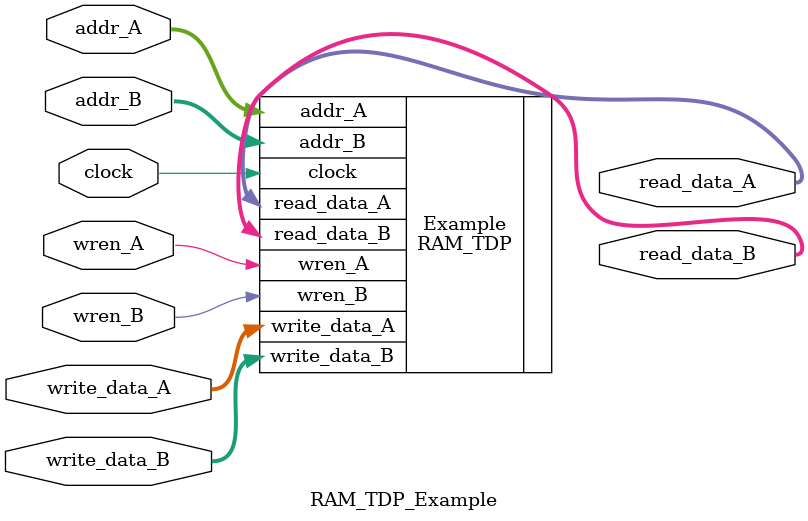
<source format=v>

`default_nettype none

module RAM_TDP_Example
#(
    parameter       WORD_WIDTH          = 36,
    parameter       ADDR_WIDTH          = 12,
    parameter       DEPTH               = 4096,
    parameter       RAMSTYLE            = "M10K",
    parameter       READ_NEW_DATA       = 0,
    parameter       USE_INIT_FILE       = 0,
    parameter       INIT_FILE           = ""
)
(
    input  wire                         clock,

    input  wire                         wren_A,
    input  wire     [ADDR_WIDTH-1:0]    addr_A,
    input  wire     [WORD_WIDTH-1:0]    write_data_A,
    output reg      [WORD_WIDTH-1:0]    read_data_A,

    input  wire                         wren_B,
    input  wire     [ADDR_WIDTH-1:0]    addr_B,
    input  wire     [WORD_WIDTH-1:0]    write_data_B,
    output reg      [WORD_WIDTH-1:0]    read_data_B
);

    RAM_TDP 
    #(
        .WORD_WIDTH     (WORD_WIDTH), 
        .ADDR_WIDTH     (ADDR_WIDTH),
        .DEPTH          (DEPTH),
        .RAMSTYLE       (RAMSTYLE),
        .READ_NEW_DATA  (READ_NEW_DATA),
        .USE_INIT_FILE  (USE_INIT_FILE),
        .INIT_FILE      (INIT_FILE)
    )
    Example
    (
        .clock          (clock),

        .wren_A         (wren_A),
        .addr_A         (addr_A),
        .write_data_A   (write_data_A),
        .read_data_A    (read_data_A),

        .wren_B         (wren_B),
        .addr_B         (addr_B),
        .write_data_B   (write_data_B),
        .read_data_B    (read_data_B)
    );

endmodule


</source>
